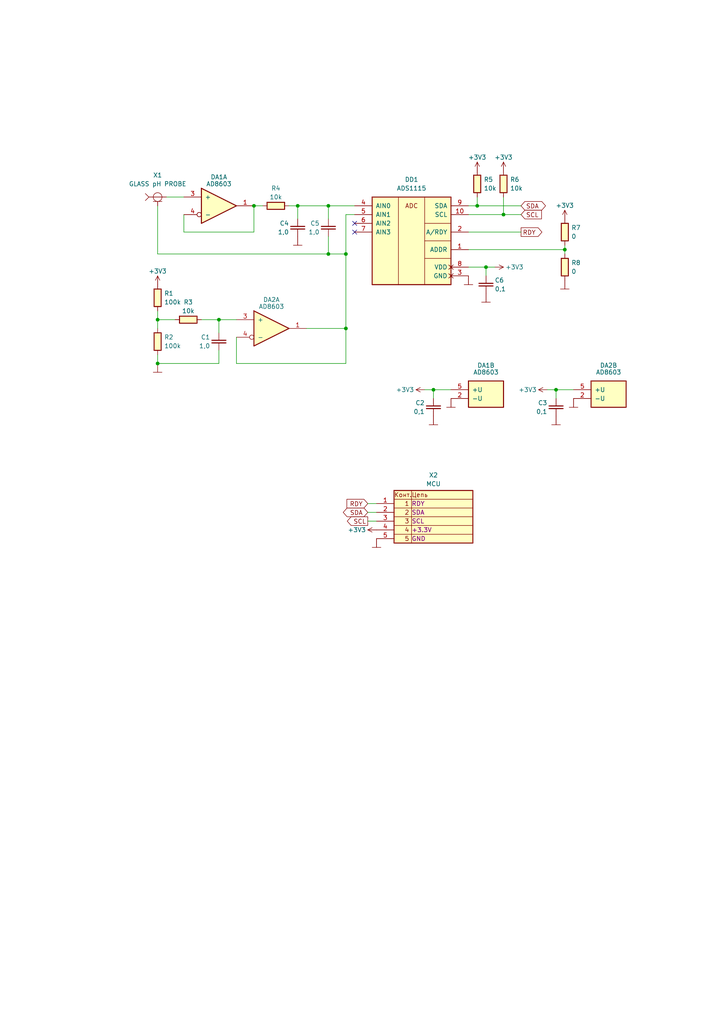
<source format=kicad_sch>
(kicad_sch (version 20230121) (generator eeschema)
  (paper "A4" portrait)
  (title_block (title "Digital pH sensor") (date "2023-04-28") (comment 2 "UncleRus"))
  (lib_symbols
    (symbol "GOST_Capacitors:CAPACITOR" (pin_numbers hide) (pin_names (offset 1.016) hide)
      (property "Reference" "C" (at 0 2.794 0))
      (property "Value" "CAPACITOR" (at 0 -2.794 0))
      (symbol "CAPACITOR_1_1"
        (polyline (pts (xy -0.381 2.032) (xy -0.381 -2.032)) (stroke (width 0.3048)))
        (polyline (pts (xy 0.381 2.032) (xy 0.381 -2.032)) (stroke (width 0.3048)))
        (pin passive line (at -2.54 0 0) (length 2.159) (name "1") (number "1"))
        (pin passive line (at 2.54 0 180) (length 2.159) (name "2") (number "2"))
      )
    )
    (symbol "GOST_Connectors:CONN_COAX_SOCKET" (pin_numbers hide) (pin_names (offset 1.016))
      (property "Reference" "X" (at 0 6.35 0))
      (property "Value" "CONN_COAX_SOCKET" (at 0 3.81 0))
      (symbol "CONN_COAX_SOCKET_0_1"
        (polyline (pts (xy 1.27 -1.27) (xy -1.27 -1.27)))
        (polyline (pts (xy -3.556 1.016) (xy -2.54 0) (xy -3.556 -1.016)))
        (circle (center 0 0) (radius 1.27))
      )
      (symbol "CONN_COAX_SOCKET_1_1"
        (pin passive line (at 2.54 0 180) (length 5.08) (name "~") (number "1"))
        (pin passive line (at 0 -2.54 90) (length 1.27) (name "~") (number "2"))
      )
    )
    (symbol "GOST_Connectors_List:CONN_LIST_05_R" (pin_names (offset 1.016))
      (property "Reference" "X" (at 0 4.445 0))
      (property "Value" "CONN_LIST_05_R" (at 0 1.905 0))
      (property "NET1" "NET1" (at -6.35 -3.81 0))
      (property "NET2" "NET2" (at -6.35 -6.35 0))
      (property "NET3" "NET3" (at -6.35 -8.89 0))
      (property "NET4" "NET4" (at -6.35 -11.43 0))
      (property "NET5" "NET5" (at -6.35 -13.97 0))
      (symbol "CONN_LIST_05_R_0_0"
        (polyline (pts (xy -11.43 -12.7) (xy 11.43 -12.7)))
        (polyline (pts (xy -11.43 -10.16) (xy 11.43 -10.16)))
        (polyline (pts (xy -11.43 -7.62) (xy 11.43 -7.62)))
        (polyline (pts (xy -11.43 -5.08) (xy 11.43 -5.08)))
        (polyline (pts (xy -11.43 -2.54) (xy 11.43 -2.54)))
        (polyline (pts (xy -6.35 0) (xy -6.35 -15.24)))
        (text "1" (at -6.985 -3.81 0) (effects (font (size 1.27 1.27)) (justify right)))
        (text "2" (at -6.985 -6.35 0) (effects (font (size 1.27 1.27)) (justify right)))
        (text "3" (at -6.985 -8.89 0) (effects (font (size 1.27 1.27)) (justify right)))
        (text "4" (at -6.985 -11.43 0) (effects (font (size 1.27 1.27)) (justify right)))
        (text "5" (at -6.985 -13.97 0) (effects (font (size 1.27 1.27)) (justify right)))
        (text "Конт." (at -11.43 -1.27 0) (effects (font (size 1.27 1.27)) (justify left)))
        (text "Цепь" (at -6.35 -1.27 0) (effects (font (size 1.27 1.27)) (justify left)))
      )
      (symbol "CONN_LIST_05_R_0_1"
        (rectangle (start -11.43 0) (end 11.43 -15.24) (stroke (width 0.3048)) (fill (type background)))
      )
      (symbol "CONN_LIST_05_R_1_1"
        (pin passive line (at -16.51 -3.81 0) (length 5.08) (name "~") (number "1"))
        (pin passive line (at -16.51 -6.35 0) (length 5.08) (name "~") (number "2"))
        (pin passive line (at -16.51 -8.89 0) (length 5.08) (name "~") (number "3"))
        (pin passive line (at -16.51 -11.43 0) (length 5.08) (name "~") (number "4"))
        (pin passive line (at -16.51 -13.97 0) (length 5.08) (name "~") (number "5"))
      )
    )
    (symbol "GOST_ICs:ADS1115" (pin_names (offset 1.016))
      (property "Reference" "DD" (at 0 15.24 0))
      (property "Value" "ADS1115" (at 0 15.24 0))
      (symbol "ADS1115_0_0"
        (polyline (pts (xy -3.81 12.7) (xy -3.81 -12.7)))
        (polyline (pts (xy 3.81 12.7) (xy 3.81 -12.7)))
        (text "ADC" (at 0 10.16 0) (effects (font (size 1.27 1.27))))
      )
      (symbol "ADS1115_1_1"
        (rectangle (start -11.43 12.7) (end 11.43 -12.7) (stroke (width 0.3048)) (fill (type background)))
        (polyline (pts (xy -3.81 -5.08) (xy -11.43 -5.08)))
        (polyline (pts (xy -3.81 0) (xy -11.43 0)))
        (polyline (pts (xy -3.81 5.08) (xy -11.43 5.08)))
        (pin input line (at -16.51 -2.54 0) (length 5.08) (name "ADDR") (number "1"))
        (pin input line (at -16.51 7.62 0) (length 5.08) (name "SCL") (number "10"))
        (pin output line (at -16.51 2.54 0) (length 5.08) (name "A/RDY") (number "2"))
        (pin power_in non_logic (at -16.51 -10.16 0) (length 5.08) (name "GND") (number "3"))
        (pin input line (at 16.51 10.16 180) (length 5.08) (name "AIN0") (number "4"))
        (pin input line (at 16.51 7.62 180) (length 5.08) (name "AIN1") (number "5"))
        (pin input line (at 16.51 5.08 180) (length 5.08) (name "AIN2") (number "6"))
        (pin input line (at 16.51 2.54 180) (length 5.08) (name "AIN3") (number "7"))
        (pin power_in non_logic (at -16.51 -7.62 0) (length 5.08) (name "VDD") (number "8"))
        (pin bidirectional line (at -16.51 10.16 0) (length 5.08) (name "SDA") (number "9"))
      )
    )
    (symbol "GOST_ICs:OPAMP_SINGLE_TRIANGLE" (pin_names (offset 1.016))
      (property "Reference" "DA" (at 0 7.62 0))
      (property "Value" "OPAMP_SINGLE_TRIANGLE" (at 0 6.35 0))
      (symbol "OPAMP_SINGLE_TRIANGLE_1_0"
        (polyline (pts (xy -5.08 5.08) (xy -5.08 -5.08) (xy 5.08 0) (xy -5.08 5.08)) (stroke (width 0.3048)) (fill (type background)))
      )
      (symbol "OPAMP_SINGLE_TRIANGLE_1_1"
        (pin output line (at 10.16 0 180) (length 5.08) (name "~") (number "1"))
        (pin input line (at -10.16 2.54 0) (length 5.08) (name "+") (number "3"))
        (pin input inverted (at -10.16 -2.54 0) (length 5.08) (name "-") (number "4"))
      )
      (symbol "OPAMP_SINGLE_TRIANGLE_2_1"
        (rectangle (start -5.08 3.81) (end 5.08 -3.81) (stroke (width 0.3048)) (fill (type background)))
        (pin power_in line (at -10.16 -1.27 0) (length 5.08) (name "-U") (number "2"))
        (pin power_in line (at -10.16 1.27 0) (length 5.08) (name "+U") (number "5"))
      )
    )
    (symbol "GOST_Power_Symbols:+3V3" (power) (pin_numbers hide) (pin_names (offset 1.016) hide)
      (property "Value" "+3V3" (at 0 3.302 0))
      (symbol "+3V3_1_1"
        (polyline (pts (xy 0 2.54) (xy -0.635 1.27)))
        (polyline (pts (xy 0 2.54) (xy 0.635 1.27)))
        (pin power_in line (at 0 0 90) (length 2.54) (name "+3V3") (number "1"))
      )
    )
    (symbol "GOST_Power_Symbols:GND" (power) (pin_numbers hide) (pin_names (offset 1.016) hide)
      (symbol "GND_1_1"
        (polyline (pts (xy -1.27 -2.54) (xy 1.27 -2.54)))
        (pin power_in line (at 0 0 270) (length 2.54) (name "GND") (number "1"))
      )
    )
    (symbol "GOST_Resistors:RESISTOR" (pin_numbers hide) (pin_names (offset 1.016) hide)
      (property "Reference" "R" (at 0 1.778 0))
      (property "Value" "RESISTOR" (at 0 -1.778 0))
      (symbol "RESISTOR_1_1"
        (rectangle (start -2.54 1.016) (end 2.54 -1.016) (stroke (width 0.3048)) (fill (type background)))
        (pin passive line (at -3.81 0 0) (length 1.27) (name "L") (number "1"))
        (pin passive line (at 3.81 0 180) (length 1.27) (name "R") (number "2"))
      )
    )
  )
  (junction (at 140.97 77.47))
  (junction (at 125.73 113.03))
  (junction (at 146.05 62.23))
  (junction (at 45.72 105.41))
  (junction (at 73.66 59.69))
  (junction (at 95.25 73.66))
  (junction (at 63.5 92.71))
  (junction (at 100.33 73.66))
  (junction (at 138.43 59.69))
  (junction (at 95.25 59.69))
  (junction (at 163.83 72.39))
  (junction (at 100.33 95.25))
  (junction (at 161.29 113.03))
  (junction (at 45.72 92.71))
  (junction (at 86.36 59.69))
  (no_connect (at 102.87 64.77))
  (no_connect (at 102.87 67.31))
  (wire (pts (xy 125.73 113.03) (xy 125.73 115.57)))
  (wire (pts (xy 100.33 105.41) (xy 100.33 95.25)))
  (wire (pts (xy 106.68 151.13) (xy 109.22 151.13)))
  (wire (pts (xy 143.51 77.47) (xy 140.97 77.47)))
  (wire (pts (xy 83.82 59.69) (xy 86.36 59.69)))
  (wire (pts (xy 161.29 113.03) (xy 161.29 115.57)))
  (wire (pts (xy 158.75 113.03) (xy 161.29 113.03)))
  (wire (pts (xy 86.36 59.69) (xy 86.36 63.5)))
  (wire (pts (xy 138.43 59.69) (xy 151.13 59.69)))
  (wire (pts (xy 48.26 57.15) (xy 53.34 57.15)))
  (wire (pts (xy 100.33 73.66) (xy 95.25 73.66)))
  (wire (pts (xy 53.34 67.31) (xy 73.66 67.31)))
  (wire (pts (xy 135.89 72.39) (xy 163.83 72.39)))
  (wire (pts (xy 95.25 59.69) (xy 102.87 59.69)))
  (wire (pts (xy 163.83 72.39) (xy 163.83 73.66)))
  (wire (pts (xy 100.33 95.25) (xy 100.33 73.66)))
  (wire (pts (xy 106.68 146.05) (xy 109.22 146.05)))
  (wire (pts (xy 135.89 59.69) (xy 138.43 59.69)))
  (wire (pts (xy 135.89 62.23) (xy 146.05 62.23)))
  (wire (pts (xy 68.58 105.41) (xy 100.33 105.41)))
  (wire (pts (xy 138.43 59.69) (xy 138.43 57.15)))
  (wire (pts (xy 125.73 113.03) (xy 130.81 113.03)))
  (wire (pts (xy 68.58 97.79) (xy 68.58 105.41)))
  (wire (pts (xy 58.42 92.71) (xy 63.5 92.71)))
  (wire (pts (xy 63.5 105.41) (xy 45.72 105.41)))
  (wire (pts (xy 161.29 113.03) (xy 166.37 113.03)))
  (wire (pts (xy 100.33 62.23) (xy 100.33 73.66)))
  (wire (pts (xy 63.5 101.6) (xy 63.5 105.41)))
  (wire (pts (xy 146.05 62.23) (xy 151.13 62.23)))
  (wire (pts (xy 63.5 92.71) (xy 63.5 96.52)))
  (wire (pts (xy 53.34 62.23) (xy 53.34 67.31)))
  (wire (pts (xy 73.66 67.31) (xy 73.66 59.69)))
  (wire (pts (xy 135.89 67.31) (xy 151.13 67.31)))
  (wire (pts (xy 45.72 92.71) (xy 45.72 95.25)))
  (wire (pts (xy 140.97 77.47) (xy 140.97 80.01)))
  (wire (pts (xy 63.5 92.71) (xy 68.58 92.71)))
  (wire (pts (xy 45.72 102.87) (xy 45.72 105.41)))
  (wire (pts (xy 146.05 62.23) (xy 146.05 57.15)))
  (wire (pts (xy 140.97 77.47) (xy 135.89 77.47)))
  (wire (pts (xy 45.72 73.66) (xy 95.25 73.66)))
  (wire (pts (xy 86.36 59.69) (xy 95.25 59.69)))
  (wire (pts (xy 88.9 95.25) (xy 100.33 95.25)))
  (wire (pts (xy 123.19 113.03) (xy 125.73 113.03)))
  (wire (pts (xy 45.72 59.69) (xy 45.72 73.66)))
  (wire (pts (xy 95.25 59.69) (xy 95.25 63.5)))
  (wire (pts (xy 95.25 68.58) (xy 95.25 73.66)))
  (wire (pts (xy 45.72 92.71) (xy 50.8 92.71)))
  (wire (pts (xy 45.72 90.17) (xy 45.72 92.71)))
  (wire (pts (xy 102.87 62.23) (xy 100.33 62.23)))
  (wire (pts (xy 73.66 59.69) (xy 76.2 59.69)))
  (wire (pts (xy 106.68 148.59) (xy 109.22 148.59)))
  (wire (pts (xy 163.83 71.12) (xy 163.83 72.39)))
  (global_label "SDA" (shape bidirectional) (at 106.68 148.59 180) (property "Intersheetrefs" "${INTERSHEET_REFS}" (effects hide)))
  (global_label "RDY" (shape output) (at 151.13 67.31 0) (property "Intersheetrefs" "${INTERSHEET_REFS}" (effects hide)))
  (global_label "SDA" (shape bidirectional) (at 151.13 59.69 0) (property "Intersheetrefs" "${INTERSHEET_REFS}" (effects hide)))
  (global_label "RDY" (shape input) (at 106.68 146.05 180) (property "Intersheetrefs" "${INTERSHEET_REFS}" (effects hide)))
  (global_label "SCL" (shape input) (at 151.13 62.23 0) (property "Intersheetrefs" "${INTERSHEET_REFS}" (effects hide)))
  (global_label "SCL" (shape output) (at 106.68 151.13 180) (property "Intersheetrefs" "${INTERSHEET_REFS}" (effects hide)))
  (symbol (lib_id "GOST_Resistors:RESISTOR") (at 138.43 53.34 90) (unit 1)
    (property "Reference" "R5" (at 140.335 52.07 90) (effects (justify right)))
    (property "Value" "10k" (at 140.335 54.61 90) (effects (justify right)))
    (property "Footprint" "Resistor_SMD:R_0805_2012Metric_Pad1.20x1.40mm_HandSolder" (effects hide))
  )
  (symbol (lib_id "GOST_Resistors:RESISTOR") (at 45.72 99.06 90) (unit 1)
    (property "Reference" "R2" (at 47.625 97.79 90) (effects (justify right)))
    (property "Value" "100k" (at 47.625 100.33 90) (effects (justify right)))
    (property "Footprint" "Resistor_SMD:R_0805_2012Metric_Pad1.20x1.40mm_HandSolder" (effects hide))
  )
  (symbol (lib_id "GOST_Resistors:RESISTOR") (at 45.72 86.36 90) (unit 1)
    (property "Reference" "R1" (at 47.625 85.09 90) (effects (justify right)))
    (property "Value" "100k" (at 47.625 87.63 90) (effects (justify right)))
    (property "Footprint" "Resistor_SMD:R_0805_2012Metric_Pad1.20x1.40mm_HandSolder" (effects hide))
  )
  (symbol (lib_id "GOST_Power_Symbols:GND") (at 86.36 68.58 0) (unit 1)
    (property "Reference" "#PWR09" (effects hide))
    (property "Value" "GND" (effects hide))
  )
  (symbol (lib_id "GOST_Power_Symbols:+3V3") (at 158.75 113.03 90) (unit 1)
    (property "Reference" "#PWR04" (effects hide))
    (property "Value" "+3V3" (at 153.035 113.03 90))
  )
  (symbol (lib_id "GOST_Power_Symbols:+3V3") (at 109.22 153.67 90) (unit 1)
    (property "Reference" "#PWR016" (effects hide))
    (property "Value" "+3V3" (at 103.505 153.67 90))
  )
  (symbol (lib_id "GOST_Resistors:RESISTOR") (at 80.01 59.69 0) (unit 1)
    (property "Reference" "R4" (at 80.01 54.61 0))
    (property "Value" "10k" (at 80.01 57.15 0))
    (property "Footprint" "Resistor_SMD:R_0805_2012Metric_Pad1.20x1.40mm_HandSolder" (effects hide))
  )
  (symbol (lib_id "GOST_Power_Symbols:GND") (at 163.83 81.28 0) (mirror y) (unit 1)
    (property "Reference" "#PWR010" (effects hide))
    (property "Value" "GND" (effects hide))
  )
  (symbol (lib_id "GOST_Capacitors:CAPACITOR") (at 95.25 66.04 90) (unit 1)
    (property "Reference" "C5" (at 92.71 64.77 90) (effects (justify left)))
    (property "Value" "1,0" (at 92.71 67.31 90) (effects (justify left)))
    (property "Footprint" "Capacitor_SMD:C_0805_2012Metric_Pad1.18x1.45mm_HandSolder" (effects hide))
  )
  (symbol (lib_id "GOST_Power_Symbols:GND") (at 45.72 105.41 0) (mirror y) (unit 1)
    (property "Reference" "#PWR02" (effects hide))
    (property "Value" "GND" (effects hide))
  )
  (symbol (lib_id "GOST_Power_Symbols:+3V3") (at 123.19 113.03 90) (unit 1)
    (property "Reference" "#PWR03" (effects hide))
    (property "Value" "+3V3" (at 117.475 113.03 90))
  )
  (symbol (lib_id "GOST_Power_Symbols:+3V3") (at 45.72 82.55 0) (unit 1)
    (property "Reference" "#PWR01" (effects hide))
    (property "Value" "+3V3" (at 45.72 79.375 0) (effects (justify bottom)))
  )
  (symbol (lib_id "GOST_Capacitors:CAPACITOR") (at 125.73 118.11 90) (unit 1)
    (property "Reference" "C2" (at 123.19 116.84 90) (effects (justify left)))
    (property "Value" "0,1" (at 123.19 119.38 90) (effects (justify left)))
    (property "Footprint" "Capacitor_SMD:C_0805_2012Metric_Pad1.18x1.45mm_HandSolder" (effects hide))
  )
  (symbol (lib_id "GOST_Power_Symbols:GND") (at 125.73 120.65 0) (unit 1)
    (property "Reference" "#PWR05" (effects hide))
    (property "Value" "GND" (effects hide))
  )
  (symbol (lib_id "GOST_Capacitors:CAPACITOR") (at 86.36 66.04 90) (unit 1)
    (property "Reference" "C4" (at 83.82 64.77 90) (effects (justify left)))
    (property "Value" "1,0" (at 83.82 67.31 90) (effects (justify left)))
    (property "Footprint" "Capacitor_SMD:C_0805_2012Metric_Pad1.18x1.45mm_HandSolder" (effects hide))
  )
  (symbol (lib_id "GOST_ICs:OPAMP_SINGLE_TRIANGLE") (at 78.74 95.25 0) (unit 1)
    (property "Reference" "DA2" (at 78.74 87.63 0) (effects (justify bottom)))
    (property "Value" "AD8603" (at 78.74 88.9 0))
    (property "Footprint" "Package_TO_SOT_SMD:TSOT-23-5_HandSoldering" (effects hide))
  )
  (symbol (lib_id "GOST_Capacitors:CAPACITOR") (at 63.5 99.06 90) (unit 1)
    (property "Reference" "C1" (at 60.96 97.79 90) (effects (justify left)))
    (property "Value" "1,0" (at 60.96 100.33 90) (effects (justify left)))
    (property "Footprint" "Capacitor_SMD:C_0805_2012Metric_Pad1.18x1.45mm_HandSolder" (effects hide))
  )
  (symbol (lib_id "GOST_ICs:OPAMP_SINGLE_TRIANGLE") (at 176.53 114.3 0) (unit 2)
    (property "Reference" "DA2" (at 176.53 106.68 0) (effects (justify bottom)))
    (property "Value" "AD8603" (at 176.53 107.95 0))
    (property "Footprint" "Package_TO_SOT_SMD:TSOT-23-5_HandSoldering" (effects hide))
  )
  (symbol (lib_id "GOST_Power_Symbols:+3V3") (at 163.83 63.5 0) (unit 1)
    (property "Reference" "#PWR018" (effects hide))
    (property "Value" "+3V3" (at 163.83 60.325 0) (effects (justify bottom)))
  )
  (symbol (lib_id "GOST_Power_Symbols:+3V3") (at 143.51 77.47 270) (mirror x) (unit 1)
    (property "Reference" "#PWR014" (effects hide))
    (property "Value" "+3V3" (at 149.225 77.47 90))
  )
  (symbol (lib_id "GOST_ICs:OPAMP_SINGLE_TRIANGLE") (at 140.97 114.3 0) (unit 2)
    (property "Reference" "DA1" (at 140.97 106.68 0) (effects (justify bottom)))
    (property "Value" "AD8603" (at 140.97 107.95 0))
    (property "Footprint" "Package_TO_SOT_SMD:TSOT-23-5_HandSoldering" (effects hide))
  )
  (symbol (lib_id "GOST_Resistors:RESISTOR") (at 146.05 53.34 90) (unit 1)
    (property "Reference" "R6" (at 147.955 52.07 90) (effects (justify right)))
    (property "Value" "10k" (at 147.955 54.61 90) (effects (justify right)))
    (property "Footprint" "Resistor_SMD:R_0805_2012Metric_Pad1.20x1.40mm_HandSolder" (effects hide))
  )
  (symbol (lib_id "GOST_Resistors:RESISTOR") (at 163.83 77.47 90) (unit 1)
    (property "Reference" "R8" (at 165.735 76.2 90) (effects (justify right)))
    (property "Value" "0" (at 165.735 78.74 90) (effects (justify right)))
    (property "Footprint" "Resistor_SMD:R_0805_2012Metric_Pad1.20x1.40mm_HandSolder" (effects hide))
  )
  (symbol (lib_id "GOST_Power_Symbols:GND") (at 130.81 115.57 0) (unit 1)
    (property "Reference" "#PWR07" (effects hide))
    (property "Value" "GND" (effects hide))
  )
  (symbol (lib_id "GOST_ICs:OPAMP_SINGLE_TRIANGLE") (at 63.5 59.69 0) (unit 1)
    (property "Reference" "DA1" (at 63.5 52.07 0) (effects (justify bottom)))
    (property "Value" "AD8603" (at 63.5 53.34 0))
    (property "Footprint" "Package_TO_SOT_SMD:TSOT-23-5_HandSoldering" (effects hide))
  )
  (symbol (lib_id "GOST_Power_Symbols:GND") (at 166.37 115.57 0) (unit 1)
    (property "Reference" "#PWR08" (effects hide))
    (property "Value" "GND" (effects hide))
  )
  (symbol (lib_id "GOST_Capacitors:CAPACITOR") (at 161.29 118.11 90) (unit 1)
    (property "Reference" "C3" (at 158.75 116.84 90) (effects (justify left)))
    (property "Value" "0,1" (at 158.75 119.38 90) (effects (justify left)))
    (property "Footprint" "Capacitor_SMD:C_0805_2012Metric_Pad1.18x1.45mm_HandSolder" (effects hide))
  )
  (symbol (lib_id "GOST_Resistors:RESISTOR") (at 54.61 92.71 0) (unit 1)
    (property "Reference" "R3" (at 54.61 87.63 0))
    (property "Value" "10k" (at 54.61 90.17 0))
    (property "Footprint" "Resistor_SMD:R_0805_2012Metric_Pad1.20x1.40mm_HandSolder" (effects hide))
  )
  (symbol (lib_id "GOST_Resistors:RESISTOR") (at 163.83 67.31 90) (unit 1)
    (property "Reference" "R7" (at 165.735 66.04 90) (effects (justify right)))
    (property "Value" "0" (at 165.735 68.58 90) (effects (justify right)))
    (property "Footprint" "Resistor_SMD:R_0805_2012Metric_Pad1.20x1.40mm_HandSolder" (effects hide))
  )
  (symbol (lib_id "GOST_Power_Symbols:GND") (at 135.89 80.01 0) (mirror y) (unit 1)
    (property "Reference" "#PWR011" (effects hide))
    (property "Value" "GND" (effects hide))
  )
  (symbol (lib_id "GOST_Connectors:CONN_COAX_SOCKET") (at 45.72 57.15 0) (unit 1)
    (property "Reference" "X1" (at 45.72 50.8 0))
    (property "Value" "GLASS pH PROBE" (at 45.72 53.34 0))
    (property "Footprint" "Connector_Coaxial:BNC_Amphenol_B6252HB-NPP3G-50_Horizontal" (effects hide))
  )
  (symbol (lib_id "GOST_Power_Symbols:+3V3") (at 146.05 49.53 0) (unit 1)
    (property "Reference" "#PWR015" (effects hide))
    (property "Value" "+3V3" (at 146.05 46.355 0) (effects (justify bottom)))
  )
  (symbol (lib_id "GOST_Power_Symbols:+3V3") (at 138.43 49.53 0) (unit 1)
    (property "Reference" "#PWR012" (effects hide))
    (property "Value" "+3V3" (at 138.43 46.355 0) (effects (justify bottom)))
  )
  (symbol (lib_id "GOST_Power_Symbols:GND") (at 140.97 85.09 0) (mirror y) (unit 1)
    (property "Reference" "#PWR013" (effects hide))
    (property "Value" "GND" (effects hide))
  )
  (symbol (lib_id "GOST_ICs:ADS1115") (at 119.38 69.85 0) (mirror y) (unit 1)
    (property "Reference" "DD1" (at 119.38 52.0731 0))
    (property "Value" "ADS1115" (at 119.38 54.61 0))
    (property "Footprint" "Package_SO:MSOP-10_3x3mm_P0.5mm" (effects hide))
  )
  (symbol (lib_id "GOST_Connectors_List:CONN_LIST_05_R") (at 125.73 142.24 0) (unit 1)
    (property "Reference" "X2" (at 125.73 137.795 0))
    (property "Value" "MCU" (at 125.73 140.335 0))
    (property "Footprint" "Connector_PinHeader_2.54mm:PinHeader_1x05_P2.54mm_Vertical" (effects hide))
    (property "NET1" "RDY" (at 119.38 146.05 0) (effects (justify left)))
    (property "NET2" "SDA" (at 119.38 148.59 0) (effects (justify left)))
    (property "NET3" "SCL" (at 119.38 151.13 0) (effects (justify left)))
    (property "NET4" "+3.3V" (at 119.38 153.67 0) (effects (justify left)))
    (property "NET5" "GND" (at 119.38 156.21 0) (effects (justify left)))
  )
  (symbol (lib_id "GOST_Capacitors:CAPACITOR") (at 140.97 82.55 270) (mirror x) (unit 1)
    (property "Reference" "C6" (at 143.51 81.28 90) (effects (justify left)))
    (property "Value" "0,1" (at 143.51 83.82 90) (effects (justify left)))
    (property "Footprint" "Capacitor_SMD:C_0805_2012Metric_Pad1.18x1.45mm_HandSolder" (effects hide))
  )
  (symbol (lib_id "GOST_Power_Symbols:GND") (at 161.29 120.65 0) (unit 1)
    (property "Reference" "#PWR06" (effects hide))
    (property "Value" "GND" (effects hide))
  )
  (symbol (lib_id "GOST_Power_Symbols:GND") (at 109.22 156.21 0) (mirror y) (unit 1)
    (property "Reference" "#PWR017" (effects hide))
    (property "Value" "GND" (effects hide))
  )
)
</source>
